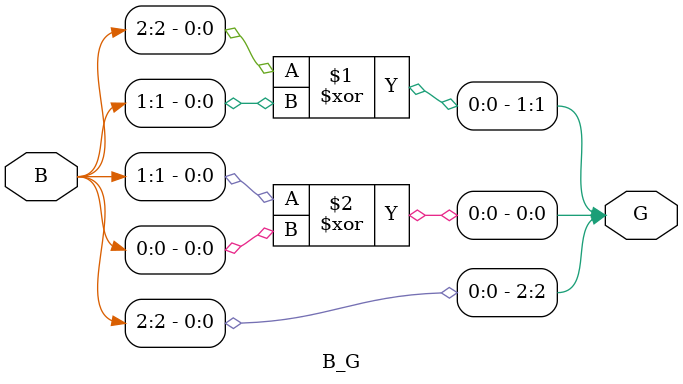
<source format=v>
module B_G( input [2:0]B,output [2:0]G );
 // gate level modelling
  buf (G[2],B[2]);
  xor x1(G[1],B[2],B[1]);
  xor x2 (G[0],B[1],B[0]);
endmodule
</source>
